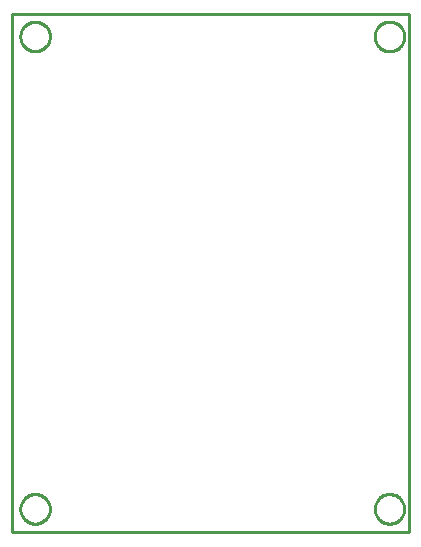
<source format=gbr>
G04 EAGLE Gerber X2 export*
%TF.Part,Single*%
%TF.FileFunction,Profile,NP*%
%TF.FilePolarity,Positive*%
%TF.GenerationSoftware,Autodesk,EAGLE,9.1.0*%
%TF.CreationDate,2018-12-20T05:45:18Z*%
G75*
%MOMM*%
%FSLAX34Y34*%
%LPD*%
%AMOC8*
5,1,8,0,0,1.08239X$1,22.5*%
G01*
%ADD10C,0.254000*%


D10*
X0Y0D02*
X336900Y0D01*
X336900Y439000D01*
X0Y439000D01*
X0Y0D01*
X32500Y419509D02*
X32423Y418530D01*
X32269Y417560D01*
X32040Y416604D01*
X31736Y415670D01*
X31361Y414763D01*
X30915Y413888D01*
X30401Y413050D01*
X29824Y412255D01*
X29186Y411508D01*
X28492Y410814D01*
X27745Y410176D01*
X26950Y409599D01*
X26112Y409085D01*
X25237Y408639D01*
X24330Y408264D01*
X23396Y407960D01*
X22441Y407731D01*
X21470Y407577D01*
X20491Y407500D01*
X19509Y407500D01*
X18530Y407577D01*
X17560Y407731D01*
X16604Y407960D01*
X15670Y408264D01*
X14763Y408639D01*
X13888Y409085D01*
X13050Y409599D01*
X12255Y410176D01*
X11508Y410814D01*
X10814Y411508D01*
X10176Y412255D01*
X9599Y413050D01*
X9085Y413888D01*
X8639Y414763D01*
X8264Y415670D01*
X7960Y416604D01*
X7731Y417560D01*
X7577Y418530D01*
X7500Y419509D01*
X7500Y420491D01*
X7577Y421470D01*
X7731Y422441D01*
X7960Y423396D01*
X8264Y424330D01*
X8639Y425237D01*
X9085Y426112D01*
X9599Y426950D01*
X10176Y427745D01*
X10814Y428492D01*
X11508Y429186D01*
X12255Y429824D01*
X13050Y430401D01*
X13888Y430915D01*
X14763Y431361D01*
X15670Y431736D01*
X16604Y432040D01*
X17560Y432269D01*
X18530Y432423D01*
X19509Y432500D01*
X20491Y432500D01*
X21470Y432423D01*
X22441Y432269D01*
X23396Y432040D01*
X24330Y431736D01*
X25237Y431361D01*
X26112Y430915D01*
X26950Y430401D01*
X27745Y429824D01*
X28492Y429186D01*
X29186Y428492D01*
X29824Y427745D01*
X30401Y426950D01*
X30915Y426112D01*
X31361Y425237D01*
X31736Y424330D01*
X32040Y423396D01*
X32269Y422441D01*
X32423Y421470D01*
X32500Y420491D01*
X32500Y419509D01*
X32500Y19509D02*
X32423Y18530D01*
X32269Y17560D01*
X32040Y16604D01*
X31736Y15670D01*
X31361Y14763D01*
X30915Y13888D01*
X30401Y13050D01*
X29824Y12255D01*
X29186Y11508D01*
X28492Y10814D01*
X27745Y10176D01*
X26950Y9599D01*
X26112Y9085D01*
X25237Y8639D01*
X24330Y8264D01*
X23396Y7960D01*
X22441Y7731D01*
X21470Y7577D01*
X20491Y7500D01*
X19509Y7500D01*
X18530Y7577D01*
X17560Y7731D01*
X16604Y7960D01*
X15670Y8264D01*
X14763Y8639D01*
X13888Y9085D01*
X13050Y9599D01*
X12255Y10176D01*
X11508Y10814D01*
X10814Y11508D01*
X10176Y12255D01*
X9599Y13050D01*
X9085Y13888D01*
X8639Y14763D01*
X8264Y15670D01*
X7960Y16604D01*
X7731Y17560D01*
X7577Y18530D01*
X7500Y19509D01*
X7500Y20491D01*
X7577Y21470D01*
X7731Y22441D01*
X7960Y23396D01*
X8264Y24330D01*
X8639Y25237D01*
X9085Y26112D01*
X9599Y26950D01*
X10176Y27745D01*
X10814Y28492D01*
X11508Y29186D01*
X12255Y29824D01*
X13050Y30401D01*
X13888Y30915D01*
X14763Y31361D01*
X15670Y31736D01*
X16604Y32040D01*
X17560Y32269D01*
X18530Y32423D01*
X19509Y32500D01*
X20491Y32500D01*
X21470Y32423D01*
X22441Y32269D01*
X23396Y32040D01*
X24330Y31736D01*
X25237Y31361D01*
X26112Y30915D01*
X26950Y30401D01*
X27745Y29824D01*
X28492Y29186D01*
X29186Y28492D01*
X29824Y27745D01*
X30401Y26950D01*
X30915Y26112D01*
X31361Y25237D01*
X31736Y24330D01*
X32040Y23396D01*
X32269Y22441D01*
X32423Y21470D01*
X32500Y20491D01*
X32500Y19509D01*
X332500Y419509D02*
X332423Y418530D01*
X332269Y417560D01*
X332040Y416604D01*
X331736Y415670D01*
X331361Y414763D01*
X330915Y413888D01*
X330401Y413050D01*
X329824Y412255D01*
X329186Y411508D01*
X328492Y410814D01*
X327745Y410176D01*
X326950Y409599D01*
X326112Y409085D01*
X325237Y408639D01*
X324330Y408264D01*
X323396Y407960D01*
X322441Y407731D01*
X321470Y407577D01*
X320491Y407500D01*
X319509Y407500D01*
X318530Y407577D01*
X317560Y407731D01*
X316604Y407960D01*
X315670Y408264D01*
X314763Y408639D01*
X313888Y409085D01*
X313050Y409599D01*
X312255Y410176D01*
X311508Y410814D01*
X310814Y411508D01*
X310176Y412255D01*
X309599Y413050D01*
X309085Y413888D01*
X308639Y414763D01*
X308264Y415670D01*
X307960Y416604D01*
X307731Y417560D01*
X307577Y418530D01*
X307500Y419509D01*
X307500Y420491D01*
X307577Y421470D01*
X307731Y422441D01*
X307960Y423396D01*
X308264Y424330D01*
X308639Y425237D01*
X309085Y426112D01*
X309599Y426950D01*
X310176Y427745D01*
X310814Y428492D01*
X311508Y429186D01*
X312255Y429824D01*
X313050Y430401D01*
X313888Y430915D01*
X314763Y431361D01*
X315670Y431736D01*
X316604Y432040D01*
X317560Y432269D01*
X318530Y432423D01*
X319509Y432500D01*
X320491Y432500D01*
X321470Y432423D01*
X322441Y432269D01*
X323396Y432040D01*
X324330Y431736D01*
X325237Y431361D01*
X326112Y430915D01*
X326950Y430401D01*
X327745Y429824D01*
X328492Y429186D01*
X329186Y428492D01*
X329824Y427745D01*
X330401Y426950D01*
X330915Y426112D01*
X331361Y425237D01*
X331736Y424330D01*
X332040Y423396D01*
X332269Y422441D01*
X332423Y421470D01*
X332500Y420491D01*
X332500Y419509D01*
X332500Y19509D02*
X332423Y18530D01*
X332269Y17560D01*
X332040Y16604D01*
X331736Y15670D01*
X331361Y14763D01*
X330915Y13888D01*
X330401Y13050D01*
X329824Y12255D01*
X329186Y11508D01*
X328492Y10814D01*
X327745Y10176D01*
X326950Y9599D01*
X326112Y9085D01*
X325237Y8639D01*
X324330Y8264D01*
X323396Y7960D01*
X322441Y7731D01*
X321470Y7577D01*
X320491Y7500D01*
X319509Y7500D01*
X318530Y7577D01*
X317560Y7731D01*
X316604Y7960D01*
X315670Y8264D01*
X314763Y8639D01*
X313888Y9085D01*
X313050Y9599D01*
X312255Y10176D01*
X311508Y10814D01*
X310814Y11508D01*
X310176Y12255D01*
X309599Y13050D01*
X309085Y13888D01*
X308639Y14763D01*
X308264Y15670D01*
X307960Y16604D01*
X307731Y17560D01*
X307577Y18530D01*
X307500Y19509D01*
X307500Y20491D01*
X307577Y21470D01*
X307731Y22441D01*
X307960Y23396D01*
X308264Y24330D01*
X308639Y25237D01*
X309085Y26112D01*
X309599Y26950D01*
X310176Y27745D01*
X310814Y28492D01*
X311508Y29186D01*
X312255Y29824D01*
X313050Y30401D01*
X313888Y30915D01*
X314763Y31361D01*
X315670Y31736D01*
X316604Y32040D01*
X317560Y32269D01*
X318530Y32423D01*
X319509Y32500D01*
X320491Y32500D01*
X321470Y32423D01*
X322441Y32269D01*
X323396Y32040D01*
X324330Y31736D01*
X325237Y31361D01*
X326112Y30915D01*
X326950Y30401D01*
X327745Y29824D01*
X328492Y29186D01*
X329186Y28492D01*
X329824Y27745D01*
X330401Y26950D01*
X330915Y26112D01*
X331361Y25237D01*
X331736Y24330D01*
X332040Y23396D01*
X332269Y22441D01*
X332423Y21470D01*
X332500Y20491D01*
X332500Y19509D01*
M02*

</source>
